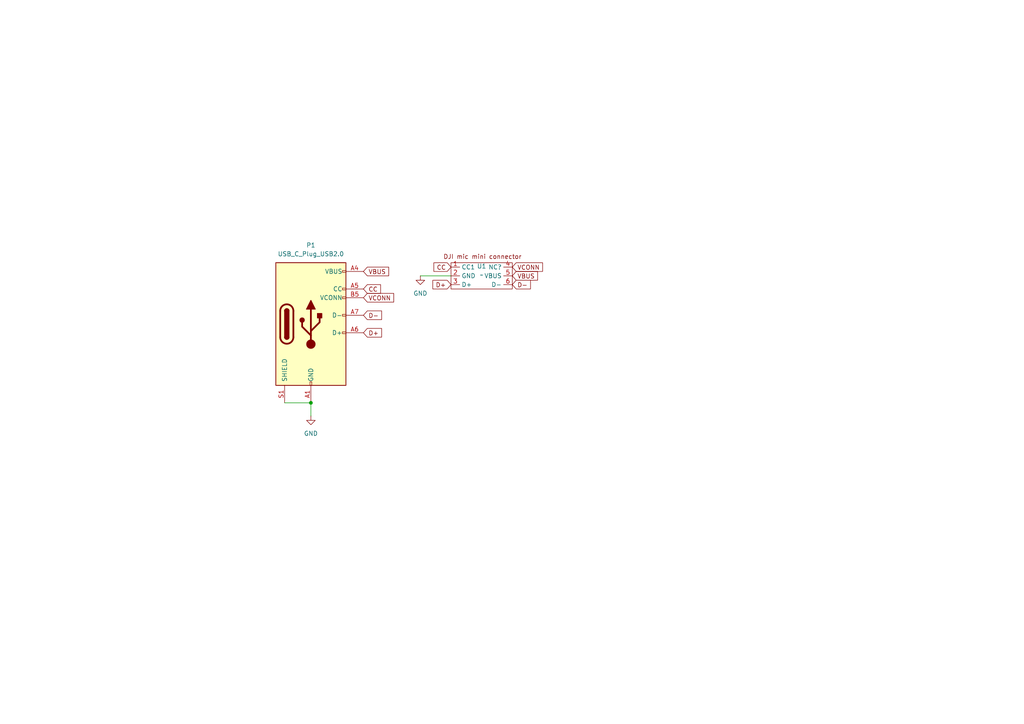
<source format=kicad_sch>
(kicad_sch (version 20250114) (generator "eeschema") (generator_version "9.0")
  (paper "A4")
  (lib_symbols
    (symbol "Alib:DJI_mic_mini_connector"
      (property "Reference" "U1" (at 0 2.794 0))
      (property "Value" "~" (at 0 0.254 0))
      (symbol "DJI_mic_mini_connector_0_1"
        (rectangle (start -8.89 3.81) (end 8.89 -3.81))
      )
      (symbol "DJI_mic_mini_connector_1_1"
        (text "DJI mic mini connector" (at 0.254 5.588 0) (effects (font (size 1.27 1.27))))
        (pin input line (at -8.89 2.54 0) (length 2.54) (name "CC1") (number "1"))
        (pin power_in line (at -8.89 0 0) (length 2.54) (name "GND") (number "2"))
        (pin bidirectional line (at -8.89 -2.54 0) (length 2.54) (name "D+") (number "3"))
        (pin input line (at 8.89 2.54 180) (length 2.54) (name "NC?") (number "4"))
        (pin power_in line (at 8.89 0 180) (length 2.54) (name "VBUS") (number "5"))
        (pin bidirectional line (at 8.89 -2.54 180) (length 2.54) (name "D-") (number "6"))
      )
    )
    (symbol "Connector:USB_C_Plug_USB2.0" (pin_names (offset 1.016))
      (property "Reference" "P" (at -10.16 19.05 0))
      (property "Value" "USB_C_Plug_USB2.0" (at 12.7 19.05 0))
      (symbol "USB_C_Plug_USB2.0_0_0"
        (rectangle (start -0.254 -17.78) (end 0.254 -16.764))
        (rectangle (start 10.16 15.494) (end 9.144 14.986))
        (rectangle (start 10.16 10.414) (end 9.144 9.906))
        (rectangle (start 10.16 7.874) (end 9.144 7.366))
        (rectangle (start 10.16 2.794) (end 9.144 2.286))
        (rectangle (start 10.16 -2.286) (end 9.144 -2.794))
      )
      (symbol "USB_C_Plug_USB2.0_0_1"
        (rectangle (start -10.16 17.78) (end 10.16 -17.78) (stroke (width 0.254)) (fill (type background)))
        (polyline (pts (xy -8.89 -3.81) (xy -8.89 3.81)) (stroke (width 0.508)))
        (rectangle (start -7.62 -3.81) (end -6.35 3.81) (stroke (width 0.254)) (fill (type outline)))
        (arc (start -7.62 3.81) (mid -6.985 4.4423) (end -6.35 3.81) (stroke (width 0.254)))
        (arc (start -7.62 3.81) (mid -6.985 4.4423) (end -6.35 3.81) (stroke (width 0.254)) (fill (type outline)))
        (arc (start -8.89 3.81) (mid -6.985 5.7067) (end -5.08 3.81) (stroke (width 0.508)))
        (arc (start -5.08 -3.81) (mid -6.985 -5.7067) (end -8.89 -3.81) (stroke (width 0.508)))
        (arc (start -6.35 -3.81) (mid -6.985 -4.4423) (end -7.62 -3.81) (stroke (width 0.254)))
        (arc (start -6.35 -3.81) (mid -6.985 -4.4423) (end -7.62 -3.81) (stroke (width 0.254)) (fill (type outline)))
        (polyline (pts (xy -5.08 3.81) (xy -5.08 -3.81)) (stroke (width 0.508)))
        (circle (center -2.54 1.143) (radius 0.635) (stroke (width 0.254)) (fill (type outline)))
        (polyline (pts (xy -1.27 4.318) (xy 0 6.858) (xy 1.27 4.318) (xy -1.27 4.318)) (stroke (width 0.254)) (fill (type outline)))
        (polyline (pts (xy 0 -2.032) (xy 2.54 0.508) (xy 2.54 1.778)) (stroke (width 0.508)))
        (polyline (pts (xy 0 -3.302) (xy -2.54 -0.762) (xy -2.54 0.508)) (stroke (width 0.508)))
        (polyline (pts (xy 0 -5.842) (xy 0 4.318)) (stroke (width 0.508)))
        (circle (center 0 -5.842) (radius 1.27) (fill (type outline)))
        (rectangle (start 1.905 1.778) (end 3.175 3.048) (stroke (width 0.254)) (fill (type outline)))
      )
      (symbol "USB_C_Plug_USB2.0_1_1"
        (pin passive line (at -7.62 -22.86 90) (length 5.08) (name "SHIELD") (number "S1"))
        (pin passive line (at 0 -22.86 90) (length 5.08) (name "GND") (number "A1"))
        (pin passive line (at 0 -22.86 90) (length 5.08) (hide yes) (name "GND") (number "A12"))
        (pin passive line (at 0 -22.86 90) (length 5.08) (hide yes) (name "GND") (number "B1"))
        (pin passive line (at 0 -22.86 90) (length 5.08) (hide yes) (name "GND") (number "B12"))
        (pin passive line (at 15.24 15.24 180) (length 5.08) (name "VBUS") (number "A4"))
        (pin passive line (at 15.24 15.24 180) (length 5.08) (hide yes) (name "VBUS") (number "A9"))
        (pin passive line (at 15.24 15.24 180) (length 5.08) (hide yes) (name "VBUS") (number "B4"))
        (pin passive line (at 15.24 15.24 180) (length 5.08) (hide yes) (name "VBUS") (number "B9"))
        (pin bidirectional line (at 15.24 10.16 180) (length 5.08) (name "CC") (number "A5"))
        (pin bidirectional line (at 15.24 7.62 180) (length 5.08) (name "VCONN") (number "B5"))
        (pin bidirectional line (at 15.24 2.54 180) (length 5.08) (name "D-") (number "A7"))
        (pin bidirectional line (at 15.24 -2.54 180) (length 5.08) (name "D+") (number "A6"))
      )
    )
    (symbol "power:GND" (power) (pin_numbers (hide yes)) (pin_names (offset 0) (hide yes))
      (property "Value" "GND" (at 0 -3.81 0))
      (symbol "GND_0_1"
        (polyline (pts (xy 0 0) (xy 0 -1.27) (xy 1.27 -1.27) (xy 0 -2.54) (xy -1.27 -1.27) (xy 0 -1.27)))
      )
      (symbol "GND_1_1"
        (pin power_in line (at 0 0 270) (length 0) (name "~") (number "1"))
      )
    )
  )
  (junction (at 90.17 116.84))
  (wire (pts (xy 121.92 80.01) (xy 130.81 80.01)))
  (wire (pts (xy 90.17 116.84) (xy 90.17 120.65)))
  (wire (pts (xy 82.55 116.84) (xy 90.17 116.84)))
  (global_label "D+" (shape input) (at 105.41 96.52 0) (property "Intersheetrefs" "${INTERSHEET_REFS}" (effects (hide yes))))
  (global_label "D-" (shape input) (at 148.59 82.55 0) (property "Intersheetrefs" "${INTERSHEET_REFS}" (effects (hide yes))))
  (global_label "CC" (shape input) (at 105.41 83.82 0) (property "Intersheetrefs" "${INTERSHEET_REFS}" (effects (hide yes))))
  (global_label "D-" (shape input) (at 105.41 91.44 0) (property "Intersheetrefs" "${INTERSHEET_REFS}" (effects (hide yes))))
  (global_label "D+" (shape input) (at 130.81 82.55 180) (property "Intersheetrefs" "${INTERSHEET_REFS}" (effects (hide yes))))
  (global_label "VBUS" (shape input) (at 148.59 80.01 0) (property "Intersheetrefs" "${INTERSHEET_REFS}" (effects (hide yes))))
  (global_label "VBUS" (shape input) (at 105.41 78.74 0) (property "Intersheetrefs" "${INTERSHEET_REFS}" (effects (hide yes))))
  (global_label "VCONN" (shape input) (at 148.59 77.47 0) (property "Intersheetrefs" "${INTERSHEET_REFS}" (effects (hide yes))))
  (global_label "VCONN" (shape input) (at 105.41 86.36 0) (property "Intersheetrefs" "${INTERSHEET_REFS}" (effects (hide yes))))
  (global_label "CC" (shape input) (at 130.81 77.47 180) (property "Intersheetrefs" "${INTERSHEET_REFS}" (effects (hide yes))))
  (symbol (lib_id "Connector:USB_C_Plug_USB2.0") (at 90.17 93.98 0) (unit 1)
    (property "Reference" "P1" (at 90.17 71.12 0))
    (property "Value" "USB_C_Plug_USB2.0" (at 90.17 73.66 0))
    (property "Footprint" "Alib:GT-USB-8016A USB_C_9POS male flat recessed" (effects (hide yes)))
    (property "Datasheet" "https://www.usb.org/sites/default/files/documents/usb_type-c.zip" (effects (hide yes)))
    (property "Description" "USB 2.0-only Type-C Plug connector" (effects (hide yes)))
  )
  (symbol (lib_id "power:GND") (at 90.17 120.65 0) (unit 1)
    (property "Reference" "#PWR01" (effects (hide yes)))
    (property "Value" "GND" (at 90.17 125.73 0))
    (property "Description" "Power symbol creates a global label with name \"GND\" , ground" (effects (hide yes)))
  )
  (symbol (lib_id "Alib:DJI_mic_mini_connector") (at 139.7 80.01 0) (unit 1)
    (property "Reference" "U1" (at 139.7 77.216 0))
    (property "Value" "~" (at 139.7 79.756 0))
    (property "Footprint" "Alib:DJI mic mini" (effects (hide yes)))
  )
  (symbol (lib_id "power:GND") (at 121.92 80.01 0) (unit 1)
    (property "Reference" "#PWR02" (effects (hide yes)))
    (property "Value" "GND" (at 121.92 85.09 0))
    (property "Description" "Power symbol creates a global label with name \"GND\" , ground" (effects (hide yes)))
  )
)
</source>
